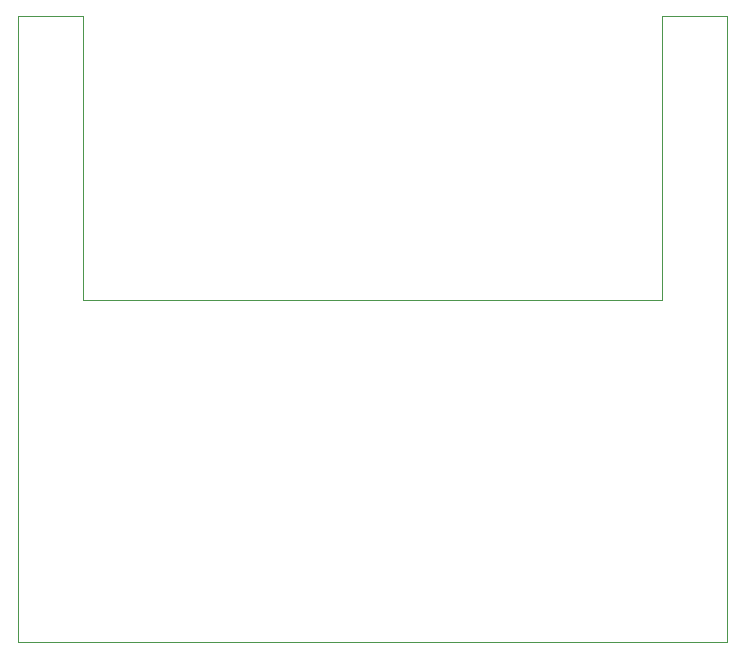
<source format=gbr>
%TF.GenerationSoftware,KiCad,Pcbnew,5.1.10-88a1d61d58~90~ubuntu20.04.1*%
%TF.CreationDate,2021-12-07T12:23:46+00:00*%
%TF.ProjectId,nrf52840,6e726635-3238-4343-902e-6b696361645f,rev?*%
%TF.SameCoordinates,Original*%
%TF.FileFunction,Profile,NP*%
%FSLAX46Y46*%
G04 Gerber Fmt 4.6, Leading zero omitted, Abs format (unit mm)*
G04 Created by KiCad (PCBNEW 5.1.10-88a1d61d58~90~ubuntu20.04.1) date 2021-12-07 12:23:46*
%MOMM*%
%LPD*%
G01*
G04 APERTURE LIST*
%TA.AperFunction,Profile*%
%ADD10C,0.050000*%
%TD*%
G04 APERTURE END LIST*
D10*
X189000000Y-95000000D02*
X189500000Y-95000000D01*
X135000000Y-71000000D02*
X135000000Y-124000000D01*
X140500000Y-71000000D02*
X135000000Y-71000000D01*
X140500000Y-95000000D02*
X140500000Y-71000000D01*
X189000000Y-95000000D02*
X140500000Y-95000000D01*
X189500000Y-71000000D02*
X189500000Y-95000000D01*
X195000000Y-71000000D02*
X189500000Y-71000000D01*
X195000000Y-124000000D02*
X195000000Y-71000000D01*
X135000000Y-124000000D02*
X195000000Y-124000000D01*
M02*

</source>
